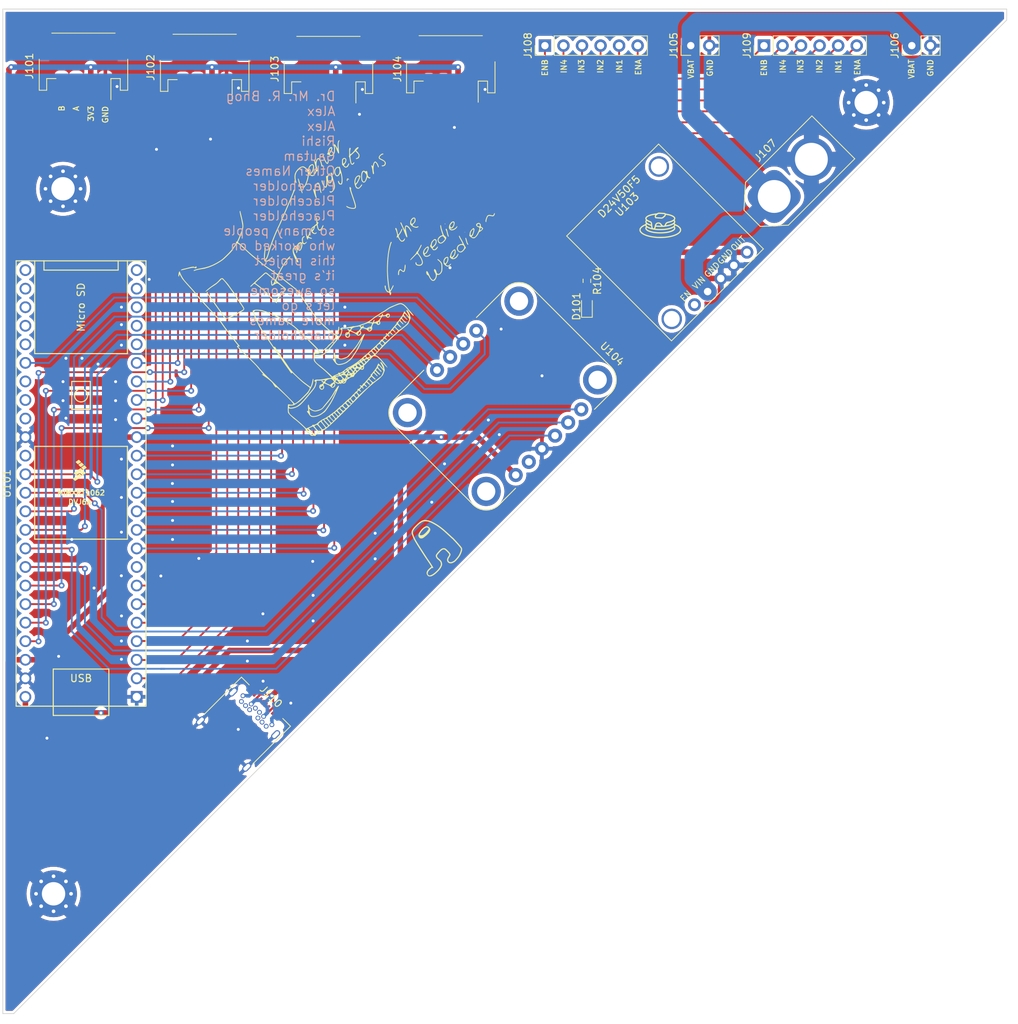
<source format=kicad_pcb>
(kicad_pcb (version 20221018) (generator pcbnew)
  (layers (0 "F.Cu" signal) (31 "B.Cu" signal) (34 "B.Paste" user) (35 "F.Paste" user) (36 "B.SilkS" user "B.Silkscreen") (37 "F.SilkS" user "F.Silkscreen") (38 "B.Mask" user) (39 "F.Mask" user) (44 "Edge.Cuts" user))
  (net 0 "")
  (net 1 "GND")
  (net 2 "Net-(D101-A)")
  (net 3 "/Motor1_B")
  (net 4 "/Motor1_A")
  (net 5 "3V3")
  (net 6 "/Motor2_B")
  (net 7 "/Motor2_A")
  (net 8 "/Motor3_B")
  (net 9 "/Motor3_A")
  (net 10 "/Motor4_B")
  (net 11 "/Motor4_A")
  (net 12 "5V")
  (net 13 "/BNO_CS")
  (net 14 "/BNO_INT")
  (net 29 "/IMU_ADR")
  (net 30 "/IMU_RST")
  (net 31 "/IMU_PS1")
  (net 32 "/IMU_PS0")
  (net 33 "/IMU_SCL")
  (net 34 "/IMU_SDA")
  (net 37 "VIN")
  (net 40 "/L298N1_ENB")
  (net 41 "/L298N1_IN4")
  (net 42 "/L298N1_IN3")
  (net 43 "/L298N1_IN2")
  (net 44 "/L298N1_IN1")
  (net 45 "/L298N1_ENA")
  (net 46 "/L298N2_ENB")
  (net 47 "/L298N2_IN4")
  (net 48 "/L298N2_IN3")
  (net 49 "/L298N2_IN2")
  (net 50 "/L298N2_IN1")
  (net 51 "/L298N2_ENA")
  (footprint "Connector_USB:USB_C_Receptacle_Amphenol_12401548E4-2A" (layer "F.Cu") (at 136 142.6 -45)
    (fp_text reference "J110")
    (fp_text value "USB_C_Receptacle")
  )
  (footprint "MountingHole:MountingHole_3.2mm_M3_Pad_Via" (layer "F.Cu") (at 110.702944 165.102944)
    (fp_text reference "H1" hide)
    (fp_text value "MountingHole_Pad")
  )
  (footprint "Connector_JST:JST_PH_S4B-PH-SM4-TB_1x04-1MP_P2.00mm_Horizontal" (layer "F.Cu") (at 148.35 52.25 180)
    (fp_text reference "J103")
    (fp_text value "Conn_01x04_Pin")
  )
  (footprint "memes:weedies2" (layer "F.Cu") (at 152.299011 77.979715 45)
    (fp_text reference "G***" hide)
    (fp_text value "LOGO" hide)
  )
  (footprint "MCU_Teensy:Teensy41_bare_pins" (layer "F.Cu") (at 114.47 108.94 90)
    (fp_text reference "U101")
    (fp_text value "Teensy4.1")
  )
  (footprint "memes:pancakes" (layer "F.Cu") (at 193.8 73.6)
    (fp_text reference "G***" hide)
    (fp_text value "LOGO" hide)
  )
  (footprint "Breakouts_ISS:MODULE_2472" (layer "F.Cu") (at 172.2 97 45)
    (fp_text reference "U104")
    (fp_text value "2472" hide)
  )
  (footprint "Connector_PinHeader_2.54mm:PinHeader_1x06_P2.54mm_Vertical" (layer "F.Cu") (at 178 49 90)
    (fp_text reference "J108")
    (fp_text value "Conn_01x06_Pin")
  )
  (footprint "Resistor_SMD:R_0603_1608Metric" (layer "F.Cu") (at 183.748528 81.19447 -90)
    (fp_text reference "R104")
    (fp_text value "1k")
  )
  (footprint "Regulator_Module_Pololu:D24V50F5" (layer "F.Cu") (at 187.271394 68.767336 45)
    (fp_text reference "U103")
    (fp_text value "D24V50F5")
  )
  (footprint "MountingHole:MountingHole_3.2mm_M3_Pad_Via" (layer "F.Cu") (at 222 56.8)
    (fp_text reference "H3" hide)
    (fp_text value "MountingHole_Pad")
  )
  (footprint "Connector_PinHeader_2.54mm:PinHeader_1x02_P2.54mm_Vertical" (layer "F.Cu") (at 197.975 49 90)
    (fp_text reference "J105")
    (fp_text value "Conn_01x02_Pin")
  )
  (footprint "MountingHole:MountingHole_3.2mm_M3_Pad_Via" (layer "F.Cu") (at 112 68.6)
    (fp_text reference "H2" hide)
    (fp_text value "MountingHole_Pad")
  )
  (footprint "LED_SMD:LED_0603_1608Metric" (layer "F.Cu") (at 183.748528 84.69447 90)
    (fp_text reference "D101")
    (fp_text value "LED")
  )
  (footprint "memes:Amogus" (layer "F.Cu") (at 162.432582 117.688398 45)
    (fp_text reference "G***" hide)
    (fp_text value "LOGO" hide)
  )
  (footprint "Connector_JST:JST_PH_S4B-PH-SM4-TB_1x04-1MP_P2.00mm_Horizontal" (layer "F.Cu") (at 165.1 52.15 180)
    (fp_text reference "J104")
    (fp_text value "Conn_01x04_Pin")
  )
  (footprint "Connector_JST:JST_PH_S4B-PH-SM4-TB_1x04-1MP_P2.00mm_Horizontal" (layer "F.Cu") (at 114.8 51.8 180)
    (fp_text reference "J101")
    (fp_text value "Conn_01x04_Pin")
  )
  (footprint "Connector_PinHeader_2.54mm:PinHeader_1x02_P2.54mm_Vertical" (layer "F.Cu") (at 228.25 49 90)
    (fp_text reference "J106")
    (fp_text value "Conn_01x02_Pin")
  )
  (footprint "Connector_JST:JST_PH_S4B-PH-SM4-TB_1x04-1MP_P2.00mm_Horizontal" (layer "F.Cu") (at 131.4 51.95 180)
    (fp_text reference "J102")
    (fp_text value "Conn_01x04_Pin")
  )
  (footprint "Connector_PinHeader_2.54mm:PinHeader_1x06_P2.54mm_Vertical" (layer "F.Cu") (at 208 49 90)
    (fp_text reference "J109")
    (fp_text value "Conn_01x06_Pin")
  )
  (footprint "Connector_AMASS:AMASS_XT60-M_1x02_P7.20mm_Vertical" (layer "F.Cu") (at 209.4 69.65 45)
    (fp_text reference "J107")
    (fp_text value "Conn_01x02_Pin")
  )
  (gr_line (start 103.75 181.5) (end 105.25 181.5) (stroke (width 0.1)) (layer "Edge.Cuts"))
  (gr_line (start 241.25 44) (end 241.25 45.5) (stroke (width 0.1)) (layer "Edge.Cuts"))
  (gr_line (start 103.75 44) (end 241.25 44) (stroke (width 0.1)) (layer "Edge.Cuts"))
  (gr_line (start 103.75 181.5) (end 103.75 44) (stroke (width 0.1)) (layer "Edge.Cuts"))
  (gr_line (start 241.25 45.5) (end 105.25 181.5) (stroke (width 0.1)) (layer "Edge.Cuts"))
  (gr_text "Dr. Mr. R. Bhog\nAlex\nAlex\nRishi\nGautam\nOther Names\nPlaceholder\nPlaceholder\nPlaceholder\nso many people\nwho worked on\nthis project\nit's great\nso awesome\nlet's go\nmore names\nplaceholder\n" (at 149.4 89.4) (layer "B.SilkS") (effects (font (size 1.27 1.27)) (justify left bottom mirror)))
  (gr_text "IN4" (at 180.6 50.8 90) (layer "F.SilkS") (effects (font (size 0.762 0.762) (thickness 0.1397) bold) (justify right)))
  (gr_text "A" (at 113.8 57.2 90) (layer "F.SilkS") (effects (font (size 0.762 0.762) (thickness 0.1397) bold) (justify right)))
  (gr_text "VBAT" (at 198 50.8 90) (layer "F.SilkS") (effects (font (size 0.762 0.762) (thickness 0.1397) bold) (justify right)))
  (gr_text "3V3" (at 115.826601 57.175683 90) (layer "F.SilkS") (effects (font (size 0.762 0.762) (thickness 0.1397) bold) (justify right)))
  (gr_text "IN3" (at 183 50.8 90) (layer "F.SilkS") (effects (font (size 0.762 0.762) (thickness 0.1397) bold) (justify right)))
  (gr_text "B" (at 111.821049 57.124765 90) (layer "F.SilkS") (effects (font (size 0.762 0.762) (thickness 0.1397) bold) (justify right)))
  (gr_text "VBAT" (at 228.2 50.8 90) (layer "F.SilkS") (effects (font (size 0.762 0.762) (thickness 0.1397) bold) (justify right)))
  (gr_text "IN4" (at 210.6 50.8 90) (layer "F.SilkS") (effects (font (size 0.762 0.762) (thickness 0.1397) bold) (justify right)))
  (gr_text "ENA" (at 190.8 50.8 90) (layer "F.SilkS") (effects (font (size 0.762 0.762) (thickness 0.1397) bold) (justify right)))
  (gr_text "ENA" (at 220.8 50.8 90) (layer "F.SilkS") (effects (font (size 0.762 0.762) (thickness 0.1397) bold) (justify right)))
  (gr_text "IN1" (at 218.2 50.8 90) (layer "F.SilkS") (effects (font (size 0.762 0.762) (thickness 0.1397) bold) (justify right)))
  (gr_text "IN1" (at 188.2 50.8 90) (layer "F.SilkS") (effects (font (size 0.762 0.762) (thickness 0.1397) bold) (justify right)))
  (gr_text "ENB" (at 208 50.8 90) (layer "F.SilkS") (effects (font (size 0.762 0.762) (thickness 0.1397) bold) (justify right)))
  (gr_text "ENB" (at 178 50.8 90) (layer "F.SilkS") (effects (font (size 0.762 0.762) (thickness 0.1397) bold) (justify right)))
  (gr_text "IN2" (at 215.6 50.8 90) (layer "F.SilkS") (effects (font (size 0.762 0.762) (thickness 0.1397) bold) (justify right)))
  (gr_text "IN3" (at 213 50.8 90) (layer "F.SilkS") (effects (font (size 0.762 0.762) (thickness 0.1397) bold) (justify right)))
  (gr_text "IN2" (at 185.6 50.8 90) (layer "F.SilkS") (effects (font (size 0.762 0.762) (thickness 0.1397) bold) (justify right)))
  (gr_text "GND" (at 230.8 50.8 90) (layer "F.SilkS") (effects (font (size 0.762 0.762) (thickness 0.1397) bold) (justify right)))
  (gr_text "GND" (at 200.6 50.8 90) (layer "F.SilkS") (effects (font (size 0.762 0.762) (thickness 0.1397) bold) (justify right)))
  (gr_text "GND" (at 117.8 57.2 90) (layer "F.SilkS") (effects (font (size 0.762 0.762) (thickness 0.1397) bold) (justify right)))
  (segment (start 134.5 54.9) (end 134.4 54.8) (width 0.25) (layer "F.Cu") (net 1))
  (via (at 120 130.5) (size 0.8) (drill 0.4) (layers "F.Cu" "B.Cu") (net 1))
  (via (at 123.8 81) (size 0.8) (drill 0.4) (layers "F.Cu" "B.Cu") (net 1))
  (via (at 152.6 58.4) (size 0.8) (drill 0.4) (layers "F.Cu" "B.Cu") (net 1))
  (via (at 112.4 100) (size 0.8) (drill 0.4) (layers "F.Cu" "B.Cu") (net 1))
  (via (at 127 106.4) (size 0.8) (drill 0.4) (layers "F.Cu" "B.Cu") (net 1))
  (via (at 171.75 102.25) (size 0.8) (drill 0.4) (layers "F.Cu" "B.Cu") (net 1))
  (via (at 143.2 139) (size 0.8) (drill 0.4) (layers "F.Cu" "B.Cu") (net 1))
  (via (at 154.75 119.25) (size 0.8) (drill 0.4) (layers "F.Cu" "B.Cu") (net 1))
  (via (at 111.4 132.6) (size 0.8) (drill 0.4) (layers "F.Cu" "B.Cu") (net 1))
  (via (at 119.99078 121.569089) (size 0.8) (drill 0.4) (layers "F.Cu" "B.Cu") (net 1))
  (via (at 127 114) (size 0.8) (drill 0.4) (layers "F.Cu" "B.Cu") (net 1))
  (via (at 169.8 55) (size 0.8) (drill 0.4) (layers "F.Cu" "B.Cu") (net 1))
  (via (at 120.010845 127.066918) (size 0.8) (drill 0.4) (layers "F.Cu" "B.Cu") (net 1))
  (via (at 127 111.4) (size 0.8) (drill 0.4) (layers "F.Cu" "B.Cu") (net 1))
  (via (at 120 105.6) (size 0.8) (drill 0.4) (layers "F.Cu" "B.Cu") (net 1))
  (via (at 136.034437 54.806623) (size 0.8) (drill 0.4) (layers "F.Cu" "B.Cu") (net 1))
  (via (at 164.25 106.25) (size 0.8) (drill 0.4) (layers "F.Cu" "B.Cu") (net 1))
  (via (at 112 97.6) (size 0.8) (drill 0.4) (layers "F.Cu" "B.Cu") (net 1))
  (via (at 150.6 84.8) (size 0.8) (drill 0.4) (layers "F.Cu" "B.Cu") (net 1))
  (via (at 119.2 100.2) (size 0.8) (drill 0.4) (layers "F.Cu" "B.Cu") (net 1))
  (via (at 116.25 123.25) (size 0.8) (drill 0.4) (layers "F.Cu" "B.Cu") (net 1))
  (via (at 120 84.8) (size 0.8) (drill 0.4) (layers "F.Cu" "B.Cu") (net 1))
  (via (at 150.6 87.4) (size 0.8) (drill 0.4) (layers "F.Cu" "B.Cu") (net 1))
  (via (at 114.6 91.8) (size 0.8) (drill 0.4) (layers "F.Cu" "B.Cu") (net 1))
  (via (at 126.981652 108.941394) (size 0.8) (drill 0.4) (layers "F.Cu" "B.Cu") (net 1))
  (via (at 120 133) (size 0.8) (drill 0.4) (layers "F.Cu" "B.Cu") (net 1))
  (via (at 112 95) (size 0.8) (drill 0.4) (layers "F.Cu" "B.Cu") (net 1))
  (via (at 153 55) (size 0.8) (drill 0.4) (layers "F.Cu" "B.Cu") (net 1))
  (via (at 120 115.6) (size 0.8) (drill 0.4) (layers "F.Cu" "B.Cu") (net 1))
  (via (at 146.25 124.25) (size 0.8) (drill 0.4) (layers "F.Cu" "B.Cu") (net 1))
  (via (at 137.25 130.5) (size 0.8) (drill 0.4) (layers "F.Cu" "B.Cu") (net 1))
  (via (at 177.6 94.2) (size 0.8) (drill 0.4) (layers "F.Cu" "B.Cu") (net 1))
  (via (at 120 87.2) (size 0.8) (drill 0.4) (layers "F.Cu" "B.Cu") (net 1))
  (via (at 165 79.4) (size 0.8) (drill 0.4) (layers "F.Cu" "B.Cu") (net 1))
  (via (at 119.2 97.6) (size 0.8) (drill 0.4) (layers "F.Cu" "B.Cu") (net 1))
  (via (at 125.4 121.6) (size 0.8) (drill 0.4) (layers "F.Cu" "B.Cu") (net 1))
  (via (at 137.25 133.25) (size 0.8) (drill 0.4) (layers "F.Cu" "B.Cu") (net 1))
  (via (at 130.6 119.2) (size 0.8) (drill 0.4) (layers "F.Cu" "B.Cu") (net 1))
  (via (at 136 142.6) (size 0.8) (drill 0.4) (layers "F.Cu" "B.Cu") (net 1))
  (via (at 112.4 91.8) (size 0.8) (drill 0.4) (layers "F.Cu" "B.Cu") (net 1))
  (via (at 172 87.8) (size 0.8) (drill 0.4) (layers "F.Cu" "B.Cu") (net 1))
  (via (at 120 90) (size 0.8) (drill 0.4) (layers "F.Cu" "B.Cu") (net 1))
  (via (at 113.2 116.6) (size 0.8) (drill 0.4) (layers "F.Cu" "B.Cu") (net 1))
  (via (at 154.75 115.75) (size 0.8) (drill 0.4) (layers "F.Cu" "B.Cu") (net 1))
  (via (at 132.2 61.8) (size 0.8) (drill 0.4) (layers "F.Cu" "B.Cu") (net 1))
  (via (at 119.2 95) (size 0.8) (drill 0.4) (layers "F.Cu" "B.Cu") (net 1))
  (via (at 127 103.8) (size 0.8) (drill 0.4) (layers "F.Cu" "B.Cu") (net 1))
  (via (at 139.4 136) (size 0.8) (drill 0.4) (layers "F.Cu" "B.Cu") (net 1))
  (via (at 119.4 54.6) (size 0.8) (drill 0.4) (layers "F.Cu" "B.Cu") (net 1))
  (via (at 120 110.85) (size 0.8) (drill 0.4) (layers "F.Cu" "B.Cu") (net 1))
  (via (at 116.8 92.6) (size 0.8) (drill 0.4) (layers "F.Cu" "B.Cu") (net 1))
  (via (at 146.25 127.75) (size 0.8) (drill 0.4) (layers "F.Cu" "B.Cu") (net 1))
  (via (at 146.2 119.6) (size 0.8) (drill 0.4) (layers "F.Cu" "B.Cu") (net 1))
  (via (at 109.8 143.8) (size 0.8) (drill 0.4) (layers "F.Cu" "B.Cu") (net 1))
  (via (at 165.6 60.2) (size 0.8) (drill 0.4) (layers "F.Cu" "B.Cu") (net 1))
  (via (at 150.6 90) (size 0.8) (drill 0.4) (layers "F.Cu" "B.Cu") (net 1))
  (via (at 124.8 63.2) (size 0.8) (drill 0.4) (layers "F.Cu" "B.Cu") (net 1))
  (via (at 162.5 111.5) (size 0.8) (drill 0.4) (layers "F.Cu" "B.Cu") (net 1))
  (via (at 127 116.6) (size 0.8) (drill 0.4) (layers "F.Cu" "B.Cu") (net 1))
  (via (at 170.25 100.25) (size 0.8) (drill 0.4) (layers "F.Cu" "B.Cu") (net 1))
  (via (at 139.377494 126.778155) (size 0.8) (drill 0.4) (layers "F.Cu" "B.Cu") (net 1))
  (segment (start 183.748528 82.01947) (end 183.748528 83.90697) (width 0.25) (layer "F.Cu") (net 2))
  (segment (start 111.8 54.65) (end 111.8 57.6) (width 0.25) (layer "F.Cu") (net 3))
  (segment (start 124.7 99.35) (end 124.7 70.9) (width 0.25) (layer "F.Cu") (net 3))
  (segment (start 124.7 70.5) (end 124.7 70.9) (width 0.25) (layer "F.Cu") (net 3))
  (segment (start 124 100.05) (end 124.7 99.35) (width 0.25) (layer "F.Cu") (net 3))
  (segment (start 111.8 57.6) (end 124.7 70.5) (width 0.25) (layer "F.Cu") (net 3))
  (segment (start 122.09 100.05) (end 124 100.05) (width 0.25) (layer "F.Cu") (net 3))
  (segment (start 113.8 54.65) (end 113.8 57.1) (width 0.25) (layer "F.Cu") (net 4))
  (segment (start 125.65 68.95) (end 125.65 97.55) (width 0.25) (layer "F.Cu") (net 4))
  (segment (start 113.8 57.1) (end 125.65 68.95) (width 0.25) (layer "F.Cu") (net 4))
  (via (at 125.65 97.55) (size 0.8) (drill 0.4) (layers "F.Cu" "B.Cu") (net 4))
  (segment (start 122.1 97.5) (end 122.09 97.51) (width 0.25) (layer "B.Cu") (net 4))
  (segment (start 123.75 97.5) (end 125.6 97.5) (width 0.25) (layer "B.Cu") (net 4))
  (segment (start 123.75 97.5) (end 122.1 97.5) (width 0.25) (layer "B.Cu") (net 4))
  (segment (start 125.6 97.5) (end 125.65 97.55) (width 0.25) (layer "B.Cu") (net 4))
  (segment (start 168.809744 102.59) (end 173.996051 107.776307) (width 0.762) (layer "F.Cu") (net 5))
  (segment (start 105.37 133.07) (end 104.6 132.3) (width 0.762) (layer "F.Cu") (net 5))
  (segment (start 106.85 133.07) (end 105.37 133.07) (width 0.762) (layer "F.Cu") (net 5))
  (segment (start 104.6 132.3) (end 104.6 52.25) (width 0.762) (layer "F.Cu") (net 5))
  (segment (start 122.09 102.59) (end 120.61 102.59) (width 0.762) (layer "F.Cu") (net 5))
  (segment (start 115.8 51.95) (end 115.8 54.65) (width 0.762) (layer "F.Cu") (net 5))
  (segment (start 120.61 102.59) (end 118.6 104.6) (width 0.762) (layer "F.Cu") (net 5))
  (segment (start 108.73 133.07) (end 106.85 133.07) (width 0.762) (layer "F.Cu") (net 5))
  (segment (start 163.8 102.59) (end 168.809744 102.59) (width 0.762) (layer "F.Cu") (net 5))
  (segment (start 118.6 123.2) (end 108.73 133.07) (width 0.762) (layer "F.Cu") (net 5))
  (segment (start 132.4 51.95) (end 132.4 54.8) (width 0.762) (layer "F.Cu") (net 5))
  (segment (start 166.1 51.95) (end 166.1 55) (width 0.762) (layer "F.Cu") (net 5))
  (segment (start 104.6 52.25) (end 104.9 51.95) (width 0.762) (layer "F.Cu") (net 5))
  (segment (start 118.6 104.6) (end 118.6 123.2) (width 0.762) (layer "F.Cu") (net 5))
  (segment (start 149.35 51.95) (end 149.35 55.1) (width 0.762) (layer "F.Cu") (net 5))
  (via (at 166.1 51.95) (size 0.8) (drill 0.4) (layers "F.Cu" "B.Cu") (net 5))
  (via (at 149.35 51.95) (size 0.8) (drill 0.4) (layers "F.Cu" "B.Cu") (net 5))
  (via (at 115.8 51.95) (size 0.8) (drill 0.4) (layers "F.Cu" "B.Cu") (net 5))
  (via (at 104.9 51.95) (size 0.8) (drill 0.4) (layers "F.Cu" "B.Cu") (net 5))
  (via (at 163.8 102.59) (size 0.8) (drill 0.4) (layers "F.Cu" "B.Cu") (net 5))
  (via (at 132.4 51.95) (size 0.8) (drill 0.4) (layers "F.Cu" "B.Cu") (net 5))
  (segment (start 104.9 51.95) (end 166.1 51.95) (width 0.762) (layer "B.Cu") (net 5))
  (segment (start 163.8 102.59) (end 122.09 102.59) (width 0.762) (layer "B.Cu") (net 5))
  (segment (start 128.4 65.6) (end 128.4 54.8) (width 0.25) (layer "F.Cu") (net 6))
  (segment (start 128.35 65.65) (end 128.4 65.6) (width 0.25) (layer "F.Cu") (net 6))
  (segment (start 126.7 95) (end 126.65 94.95) (width 0.25) (layer "F.Cu") (net 6))
  (segment (start 126.65 94.95) (end 126.65 67.35) (width 0.25) (layer "F.Cu") (net 6))
  (segment (start 126.65 67.35) (end 128.35 65.65) (width 0.25) (layer "F.Cu") (net 6))
  (via (at 126.7 95) (size 0.8) (drill 0.4) (layers "F.Cu" "B.Cu") (net 6))
  (segment (start 123.75 95) (end 122.12 95) (width 0.25) (layer "B.Cu") (net 6))
  (segment (start 122.12 95) (end 122.09 94.97) (width 0.25) (layer "B.Cu") (net 6))
  (segment (start 123.75 95) (end 126.7 95) (width 0.25) (layer "B.Cu") (net 6))
  (segment (start 127.75 92.4) (end 127.75 68.25) (width 0.25) (layer "F.Cu") (net 7))
  (segment (start 130.4 65.6) (end 129.8 66.2) (width 0.25) (layer "F.Cu") (net 7))
  (segment (start 127.75 68.25) (end 129.8 66.2) (width 0.25) (layer "F.Cu") (net 7))
  (segment (start 127.7 92.45) (end 127.75 92.4) (width 0.25) (layer "F.Cu") (net 7))
  (segment (start 130.4 54.8) (end 130.4 65.6) (width 0.25) (layer "F.Cu") (net 7))
  (via (at 127.7 92.45) (size 0.8) (drill 0.4) (layers "F.Cu" "B.Cu") (net 7))
  (segment (start 123.7 92.45) (end 122.11 92.45) (width 0.25) (layer "B.Cu") (net 7))
  (segment (start 123.7 92.45) (end 127.7 92.45) (width 0.25) (layer "B.Cu") (net 7))
  (segment (start 122.11 92.45) (end 122.09 92.43) (width 0.25) (layer "B.Cu") (net 7))
  (segment (start 145.35 57.25) (end 145.35 55.1) (width 0.25) (layer "F.Cu") (net 8))
  (segment (start 128.6 69.4) (end 140 58) (width 0.25) (layer "F.Cu") (net 8))
  (segment (start 108.75 93.7) (end 108.65 93.8) (width 0.25) (layer "F.Cu") (net 8))
  (segment (start 128.6 93.7) (end 128.6 69.4) (width 0.25) (layer "F.Cu") (net 8))
  (segment (start 123.9 93.7) (end 108.75 93.7) (width 0.25) (layer "F.Cu") (net 8))
  (segment (start 144.6 58) (end 145.35 57.25) (width 0.25) (layer "F.Cu") (net 8))
  (segment (start 140 58) (end 144.6 58) (width 0.25) (layer "F.Cu") (net 8))
  (segment (start 108.63 130.53) (end 108.65 130.55) (width 0.25) (layer "F.Cu") (net 8))
  (segment (start 106.85 130.53) (end 108.63 130.53) (width 0.25) (layer "F.Cu") (net 8))
  (via (at 108.65 93.8) (size 0.8) (drill 0.4) (layers "F.Cu" "B.Cu") (net 8))
  (via (at 123.9 93.7) (size 0.8) (drill 0.4) (layers "F.Cu" "B.Cu") (net 8))
  (via (at 108.65 130.55) (size 0.8) (drill 0.4) (layers "F.Cu" "B.Cu") (net 8))
  (via (at 128.6 93.7) (size 0.8) (drill 0.4) (layers "F.Cu" "B.Cu") (net 8))
  (segment (start 108.65 130.55) (end 108.65 106.819009) (width 0.25) (layer "B.Cu") (net 8))
  (segment (start 108.65 106.819009) (end 108.65 93.8) (width 0.25) (layer "B.Cu") (net 8))
  (segment (start 128.6 93.7) (end 123.9 93.7) (width 0.25) (layer "B.Cu") (net 8))
  (segment (start 129.55 96.25) (end 129.55 70.45) (width 0.25) (layer "F.Cu") (net 9))
  (segment (start 109.64 127.99) (end 109.65 128) (width 0.25) (layer "F.Cu") (net 9))
  (segment (start 147.35 57.55) (end 147.35 55.1) (width 0.25) (layer "F.Cu") (net 9))
  (segment (start 106.85 127.99) (end 109.64 127.99) (width 0.25) (layer "F.Cu") (net 9))
  (segment (start 109.65 96.25) (end 123.75 96.25) (width 0.25) (layer "F.Cu") (net 9))
  (segment (start 145.9 59) (end 147.35 57.55) (width 0.25) (layer "F.Cu") (net 9))
  (segment (start 141 59) (end 145.9 59) (width 0.25) (layer "F.Cu") (net 9))
  (segment (start 129.55 70.45) (end 141 59) (width 0.25) (layer "F.Cu") (net 9))
  (via (at 123.75 96.25) (size 0.8) (drill 0.4) (layers "F.Cu" "B.Cu") (net 9))
  (via (at 129.55 96.25) (size 0.8) (drill 0.4) (layers "F.Cu" "B.Cu") (net 9))
  (via (at 109.65 128) (size 0.8) (drill 0.4) (layers "F.Cu" "B.Cu") (net 9))
  (via (at 109.65 96.25) (size 0.8) (drill 0.4) (layers "F.Cu" "B.Cu") (net 9))
  (segment (start 109.65 96.25) (end 109.65 105.819009) (width 0.25) (layer "B.Cu") (net 9))
  (segment (start 123.75 96.25) (end 129.55 96.25) (width 0.25) (layer "B.Cu") (net 9))
  (segment (start 109.65 105.819009) (end 109.65 128) (width 0.25) (layer "B.Cu") (net 9))
  (segment (start 130.6 71.4) (end 142 60) (width 0.25) (layer "F.Cu") (net 10))
  (segment (start 162.1 57.3) (end 162.1 55) (width 0.25) (layer "F.Cu") (net 10))
  (segment (start 159.4 60) (end 162.1 57.3) (width 0.25) (layer "F.Cu") (net 10))
  (segment (start 130.6 98.825402) (end 130.6 71.4) (width 0.25) (layer "F.Cu") (net 10))
  (segment (start 110.8 98.8) (end 110.75 98.85) (width 0.25) (layer "F.Cu") (net 10))
  (segment (start 142 60) (end 159.4 60) (width 0.25) (layer "F.Cu") (net 10))
  (segment (start 130.587701 98.837701) (end 130.6 98.825402) (width 0.25) (layer "F.Cu") (net 10))
  (segment (start 123.687701 98.837701) (end 123.65 98.8) (width 0.25) (layer "F.Cu") (net 10))
  (segment (start 123.65 98.8) (end 110.8 98.8) (width 0.25) (layer "F.Cu") (net 10))
  (segment (start 106.85 125.45) (end 110.75 125.45) (width 0.25) (layer "F.Cu") (net 10))
  (via (at 110.75 98.85) (size 0.8) (drill 0.4) (layers "F.Cu" "B.Cu") (net 10))
  (via (at 110.75 125.45) (size 0.8) (drill 0.4) (layers "F.Cu" "B.Cu") (net 10))
  (via (at 130.587701 98.837701) (size 0.8) (drill 0.4) (layers "F.Cu" "B.Cu") (net 10))
  (via (at 123.687701 98.837701) (size 0.8) (drill 0.4) (layers "F.Cu" "B.Cu") (net 10))
  (segment (start 110.75 109.799009) (end 110.75 98.85) (width 0.25) (layer "B.Cu") (net 10))
  (segment (start 130.587701 98.837701) (end 123.687701 98.837701) (width 0.25) (layer "B.Cu") (net 10))
  (segment (start 110.75 125.45) (end 110.75 109.799009) (width 0.25) (layer "B.Cu") (net 10))
  (segment (start 143 61) (end 161.2 61) (width 0.25) (layer "F.Cu") (net 11))
  (segment (start 131.95 72.05) (end 143 61) (width 0.25) (layer "F.Cu") (net 11))
  (segment (start 164.1 58.1) (end 164.1 55) (width 0.25) (layer "F.Cu") (net 11))
  (segment (start 131.95 101.35) (end 131.95 72.05) (width 0.25) (layer "F.Cu") (net 11))
  (segment (start 111.79 122.91) (end 111.8 122.9) (width 0.25) (layer "F.Cu") (net 11))
  (segment (start 112.224695 101.35) (end 112.049695 101.175) (width 0.25) (layer "F.Cu") (net 11))
  (segment (start 161.2 61) (end 164.1 58.1) (width 0.25) (layer "F.Cu") (net 11))
  (segment (start 106.85 122.91) (end 111.79 122.91) (width 0.25) (layer "F.Cu") (net 11))
  (segment (start 111.8 101.35) (end 123.6 101.35) (width 0.25) (layer "F.Cu") (net 11))
  (via (at 123.6 101.35) (size 0.8) (drill 0.4) (layers "F.Cu" "B.Cu") (net 11))
  (via (at 131.95 101.35) (size 0.8) (drill 0.4) (layers "F.Cu" "B.Cu") (net 11))
  (via (at 111.8 101.35) (size 0.8) (drill 0.4) (layers "F.Cu" "B.Cu") (net 11))
  (via (at 111.8 122.9) (size 0.8) (drill 0.4) (layers "F.Cu" "B.Cu") (net 11))
  (segment (start 129.125305 101.35) (end 131.95 101.35) (width 0.25) (layer "B.Cu") (net 11))
  (segment (start 123.6 101.35) (end 129.125305 101.35) (width 0.25) (layer "B.Cu") (net 11))
  (segment (start 111.8 122.9) (end 111.8 109.95) (width 0.25) (layer "B.Cu") (net 11))
  (segment (start 111.8 109.95) (end 111.8 101.35) (width 0.25) (layer "B.Cu") (net 11))
  (segment (start 107.55 140.35) (end 106.85 139.65) (width 0.762) (layer "F.Cu") (net 12))
  (segment (start 158.2 105.917998) (end 158.2 120.4) (width 0.762) (layer "F.Cu") (net 12))
  (segment (start 134.8 131.8) (end 126.25 140.35) (width 0.762) (layer "F.Cu") (net 12))
  (segment (start 138.665793 138.16644) (end 137.774838 139.057395) (width 0.25) (layer "F.Cu") (net 12))
  (segment (start 140.43356 139.934207) (end 140.793914 139.573853) (width 0.25) (layer "F.Cu") (net 12))
  (segment (start 140.6 138) (end 146.8 131.8) (width 0.762) (layer "F.Cu") (net 12))
  (segment (start 115.8 140.35) (end 107.55 140.35) (width 0.762) (layer "F.Cu") (net 12))
  (segment (start 140.43356 139.934207) (end 139.542605 140.825162) (width 0.25) (layer "F.Cu") (net 12))
  (segment (start 126.25 140.35) (end 117.2 140.35) (width 0.762) (layer "F.Cu") (net 12))
  (segment (start 205.670312 77.280902) (end 186.837096 77.280902) (width 0.762) (layer "F.Cu") (net 12))
  (segment (start 138.665793 138.16644) (end 138.990792 137.841441) (width 0.25) (layer "F.Cu") (net 12))
  (segment (start 138.990792 137.841441) (end 140.441441 137.841441) (width 0.25) (layer "F.Cu") (net 12))
  (segment (start 137.774838 139.057395) (end 137.774838 139.128106) (width 0.25) (layer "F.Cu") (net 12))
  (segment (start 140.441441 137.841441) (end 140.6 138) (width 0.25) (layer "F.Cu") (net 12))
  (segment (start 140.793914 139.573853) (end 140.793914 138.193914) (width 0.25) (layer "F.Cu") (net 12))
  (segment (start 140.793914 138.193914) (end 140.6 138) (width 0.25) (layer "F.Cu") (net 12))
  (segment (start 186.837096 77.280902) (end 183.748528 80.36947) (width 0.762) (layer "F.Cu") (net 12))
  (segment (start 117.2 140.35) (end 115.8 140.35) (width 0.762) (layer "F.Cu") (net 12))
  (segment (start 183.748528 80.36947) (end 158.2 105.917998) (width 0.762) (layer "F.Cu") (net 12))
  (segment (start 106.85 139.65) (end 106.85 138.15) (width 0.762) (layer "F.Cu") (net 12))
  (segment (start 139.542605 140.825162) (end 139.471894 140.825162) (width 0.25) (layer "F.Cu") (net 12))
  (segment (start 158.2 120.4) (end 146.8 131.8) (width 0.762) (layer "F.Cu") (net 12))
  (segment (start 146.8 131.8) (end 134.8 131.8) (width 0.762) (layer "F.Cu") (net 12))
  (via (at 140.6 138) (size 0.8) (drill 0.4) (layers "F.Cu" "B.Cu") (net 12))
  (via (at 117.2 140.35) (size 0.8) (drill 0.4) (layers "F.Cu" "B.Cu") (net 12))
  (segment (start 137.774838 139.128106) (end 138.302944 138.6) (width 0.508) (layer "B.Cu") (net 12))
  (segment (start 139 138.6) (end 139.5 139.1) (width 0.508) (layer "B.Cu") (net 12))
  (segment (start 140 140.297056) (end 139.471894 140.825162) (width 0.508) (layer "B.Cu") (net 12))
  (segment (start 139.5 139.1) (end 140 139.6) (width 0.508) (layer "B.Cu") (net 12))
  (segment (start 139.5 139.1) (end 140.6 138) (width 0.508) (layer "B.Cu") (net 12))
  (segment (start 140 139.6) (end 140 140.297056) (width 0.508) (layer "B.Cu") (net 12))
  (segment (start 138.302944 138.6) (end 139 138.6) (width 0.508) (layer "B.Cu") (net 12))
  (segment (start 106.85 92.43) (end 110.07 92.43) (width 0.25) (layer "B.Cu") (net 14))
  (segment (start 160.496051 83.5) (end 166.811846 89.815795) (width 0.25) (layer "B.Cu") (net 14))
  (segment (start 119 83.5) (end 160.496051 83.5) (width 0.25) (layer "B.Cu") (net 14))
  (segment (start 110.07 92.43) (end 119 83.5) (width 0.25) (layer "B.Cu") (net 14))
  (segment (start 115.67 107.67) (end 106.85 107.67) (width 0.25) (layer "F.Cu") (net 29))
  (segment (start 116.7 108.7) (end 115.67 107.67) (width 0.25) (layer "F.Cu") (net 29))
  (via (at 116.7 108.7) (size 0.8) (drill 0.4) (layers "F.Cu" "B.Cu") (net 29))
  (segment (start 156.7 91.2) (end 119.55 91.2) (width 0.25) (layer "B.Cu") (net 29))
  (segment (start 119.55 91.2) (end 116.7 94.05) (width 0.25) (layer "B.Cu") (net 29))
  (segment (start 168.607898 88.019744) (end 169.75 89.161846) (width 0.25) (layer "B.Cu") (net 29))
  (segment (start 161.5 96) (end 156.7 91.2) (width 0.25) (layer "B.Cu") (net 29))
  (segment (start 169.75 89.161846) (end 169.75 91.25) (width 0.25) (layer "B.Cu") (net 29))
  (segment (start 116.7 94.05) (end 116.7 108.7) (width 0.25) (layer "B.Cu") (net 29))
  (segment (start 165 96) (end 161.5 96) (width 0.25) (layer "B.Cu") (net 29))
  (segment (start 169.75 91.25) (end 165 96) (width 0.25) (layer "B.Cu") (net 29))
  (segment (start 116.35 111.65) (end 114.91 110.21) (width 0.25) (layer "F.Cu") (net 30))
  (segment (start 114.91 110.21) (end 106.85 110.21) (width 0.25) (layer "F.Cu") (net 30))
  (via (at 116.35 111.65) (size 0.8) (drill 0.4) (layers "F.Cu" "B.Cu") (net 30))
  (segment (start 117.3 127.3) (end 119.2 129.2) (width 0.25) (layer "B.Cu") (net 30))
  (segment (start 139.8 129.2) (end 170.203949 98.796051) (width 0.25) (layer "B.Cu") (net 30))
  (segment (start 117.3 112.6) (end 117.3 127.3) (width 0.25) (layer "B.Cu") (net 30))
  (segment (start 119.2 129.2) (end 139.8 129.2) (width 0.25) (layer "B.Cu") (net 30))
  (segment (start 170.203949 98.796051) (end 182.976307 98.796051) (width 0.25) (layer "B.Cu") (net 30))
  (segment (start 116.35 111.65) (end 117.3 112.6) (width 0.25) (layer "B.Cu") (net 30))
  (segment (start 113.15 112.75) (end 106.85 112.75) (width 0.25) (layer "F.Cu") (net 31))
  (segment (start 113.5 112.4) (end 113.15 112.75) (width 0.25) (layer "F.Cu") (net 31))
  (via (at 113.5 112.4) (size 0.8) (drill 0.4) (layers "F.Cu" "B.Cu") (net 31))
  (segment (start 113.5 91.65) (end 119.05 86.1) (width 0.25) (layer "B.Cu") (net 31))
  (segment (start 119.05 86.1) (end 159.503949 86.1) (width 0.25) (layer "B.Cu") (net 31))
  (segment (start 159.503949 86.1) (end 165.015795 91.611846) (width 0.25) (layer "B.Cu") (net 31))
  (segment (start 113.5 112.4) (end 113.5 91.65) (width 0.25) (layer "B.Cu") (net 31))
  (segment (start 114.995 114.795) (end 114.5 115.29) (width 0.25) (layer "F.Cu") (net 32))
  (segment (start 114.5 115.29) (end 106.85 115.29) (width 0.25) (layer "F.Cu") (net 32))
  (via (at 114.995 114.795) (size 0.8) (drill 0.4) (layers "F.Cu" "B.Cu") (net 32))
  (segment (start 114.995 114.795) (end 114.995 93.005) (width 0.25) (layer "B.Cu") (net 32))
  (segment (start 158.411846 88.6) (end 163.219744 93.407898) (width 0.25) (layer "B.Cu") (net 32))
  (segment (start 119.4 88.6) (end 158.411846 88.6) (width 0.25) (layer "B.Cu") (net 32))
  (segment (start 114.995 93.005) (end 119.4 88.6) (width 0.25) (layer "B.Cu") (net 32))
  (segment (start 115 120.6) (end 114.77 120.37) (width 0.25) (layer "F.Cu") (net 33))
  (segment (start 114.77 120.37) (end 106.85 120.37) (width 0.25) (layer "F.Cu") (net 33))
  (via (at 115 120.6) (size 0.8) (drill 0.4) (layers "F.Cu" "B.Cu") (net 33))
  (segment (start 115 128) (end 115 120.6) (width 0.25) (layer "B.Cu") (net 33))
  (segment (start 128.8 131.8) (end 118.8 131.8) (width 0.25) (layer "B.Cu") (net 33))
  (segment (start 128.8 131.8) (end 129.6 131.8) (width 0.25) (layer "B.Cu") (net 33))
  (segment (start 118.8 131.8) (end 115 128) (width 0.25) (layer "B.Cu") (net 33))
  (segment (start 171.657898 100.592102) (end 181.180256 100.592102) (width 0.25) (layer "B.Cu") (net 33))
  (segment (start 128.8 131.8) (end 140.45 131.8) (width 0.25) (layer "B.Cu") (net 33))
  (segment (start 140.45 131.8) (end 171.657898 100.592102) (width 0.25) (layer "B.Cu") (net 33))
  (segment (start 113.03 117.83) (end 106.85 117.83) (width 0.25) (layer "F.Cu") (net 34))
  (segment (start 113.2 118) (end 113.03 117.83) (width 0.25) (layer "F.Cu") (net 34))
  (via (at 113.2 118) (size 0.8) (drill 0.4) (layers "F.Cu" "B.Cu") (net 34))
  (segment (start 113.2 118) (end 113.2 129.2) (width 0.25) (layer "B.Cu") (net 34))
  (segment (start 118.3 134.3) (end 125.4 134.3) (width 0.25) (layer "B.Cu") (net 34))
  (segment (start 113.2 129.2) (end 118.3 134.3) (width 0.25) (layer "B.Cu") (net 34))
  (segment (start 125.4 134.3) (end 125.9 134.3) (width 0.25) (layer "B.Cu") (net 34))
  (segment (start 173.111846 102.388154) (end 179.384205 102.388154) (width 0.25) (layer "B.Cu") (net 34))
  (segment (start 125.4 134.3) (end 141.2 134.3) (width 0.25) (layer "B.Cu") (net 34))
  (segment (start 141.2 134.3) (end 173.111846 102.388154) (width 0.25) (layer "B.Cu") (net 34))
  (segment (start 198.875 45.75) (end 225.65 45.75) (width 2.54) (layer "B.Cu") (net 37))
  (segment (start 197.975 46.65) (end 198.875 45.75) (width 2.54) (layer "B.Cu") (net 37))
  (segment (start 203 73.5) (end 205.55 73.5) (width 2.54) (layer "B.Cu") (net 37))
  (segment (start 228.25 48.35) (end 228.25 49) (width 2.54) (layer "B.Cu") (net 37))
  (segment (start 209.4 69.65) (end 197.975 58.225) (width 2.54) (layer "B.Cu") (net 37))
  (segment (start 225.65 45.75) (end 228.25 48.35) (width 2.54) (layer "B.Cu") (net 37))
  (segment (start 197.975 58.225) (end 197.975 49) (width 2.54) (layer "B.Cu") (net 37))
  (segment (start 197.975 49) (end 197.975 46.65) (width 2.54) (layer "B.Cu") (net 37))
  (segment (start 198.4 78.1) (end 203 73.5) (width 2.54) (layer "B.Cu") (net 37))
  (segment (start 200.282159 82.669055) (end 198.4 80.786896) (width 2.54) (layer "B.Cu") (net 37))
  (segment (start 198.4 80.786896) (end 198.4 78.1) (width 2.54) (layer "B.Cu") (net 37))
  (segment (start 205.55 73.5) (end 209.4 69.65) (width 2.54) (layer "B.Cu") (net 37))
  (segment (start 128.49 122.91) (end 122.09 122.91) (width 0.25) (layer "F.Cu") (net 40))
  (segment (start 144 62) (end 133 73) (width 0.25) (layer "F.Cu") (net 40))
  (segment (start 133 73) (end 133 118.4) (width 0.25) (layer "F.Cu") (net 40))
  (segment (start 170 62) (end 144 62) (width 0.25) (layer "F.Cu") (net 40))
  (segment (start 178 49) (end 178 54) (width 0.25) (layer "F.Cu") (net 40))
  (segment (start 122.1 122.9) (end 122.09 122.91) (width 0.25) (layer "F.Cu") (net 40))
  (segment (start 133 118.4) (end 128.49 122.91) (width 0.25) (layer "F.Cu") (net 40))
  (segment (start 178 54) (end 170 62) (width 0.25) (layer "F.Cu") (net 40))
  (segment (start 180.54 49) (end 180.54 53.46) (width 0.25) (layer "F.Cu") (net 41))
  (segment (start 171 63) (end 145 63) (width 0.25) (layer "F.Cu") (net 41))
  (segment (start 134.5 73.5) (end 134.5 119.1) (width 0.25) (layer "F.Cu") (net 41))
  (segment (start 180.54 53.46) (end 171 63) (width 0.25) (layer "F.Cu") (net 41))
  (segment (start 145 63) (end 134.5 73.5) (width 0.25) (layer "F.Cu") (net 41))
  (segment (start 128.15 125.45) (end 122.09 125.45) (width 0.25) (layer "F.Cu") (net 41))
  (segment (start 134.5 119.1) (end 128.15 125.45) (width 0.25) (layer "F.Cu") (net 41))
  (segment (start 172 64) (end 146 64) (width 0.25) (layer "F.Cu") (net 42))
  (segment (start 136 74) (end 136 119.8) (width 0.25) (layer "F.Cu") (net 42))
  (segment (start 183.08 52.92) (end 172 64) (width 0.25) (layer "F.Cu") (net 42))
  (segment (start 123.61 127.99) (end 123.6 128) (width 0.25) (layer "F.Cu") (net 42))
  (segment (start 146 64) (end 136 74) (width 0.25) (layer "F.Cu") (net 42))
  (segment (start 123.6 128) (end 122.1 128) (width 0.25) (layer "F.Cu") (net 42))
  (segment (start 127.81 127.99) (end 123.61 127.99) (width 0.25) (layer "F.Cu") (net 42))
  (segment (start 122.1 128) (end 122.09 127.99) (width 0.25) (layer "F.Cu") (net 42))
  (segment (start 183.08 49) (end 183.08 52.92) (width 0.25) (layer "F.Cu") (net 42))
  (segment (start 136 119.8) (end 127.81 127.99) (width 0.25) (layer "F.Cu") (net 42))
  (segment (start 122.12 130.5) (end 127.7 130.5) (width 0.25) (layer "F.Cu") (net 43))
  (segment (start 185.62 52.38) (end 185.62 49) (width 0.25) (layer "F.Cu") (net 43))
  (segment (start 173 65) (end 185.62 52.38) (width 0.25) (layer "F.Cu") (net 43))
  (segment (start 137.5 74.5) (end 147 65) (width 0.25) (layer "F.Cu") (net 43))
  (segment (start 137.5 120.7) (end 137.5 74.5) (width 0.25) (layer "F.Cu") (net 43))
  (segment (start 147 65) (end 173 65) (width 0.25) (layer "F.Cu") (net 43))
  (segment (start 122.09 130.53) (end 122.12 130.5) (width 0.25) (layer "F.Cu") (net 43))
  (segment (start 127.7 130.5) (end 137.5 120.7) (width 0.25) (layer "F.Cu") (net 43))
  (segment (start 139 121.6) (end 139 75) (width 0.25) (layer "F.Cu") (net 44))
  (segment (start 188.16 51.84) (end 188.16 49) (width 0.25) (layer "F.Cu") (net 44))
  (segment (start 174 66) (end 188.16 51.84) (width 0.25) (layer "F.Cu") (net 44))
  (segment (start 122.12 133.1) (end 127.5 133.1) (width 0.25) (layer "F.Cu") (net 44))
  (segment (start 139 75) (end 148 66) (width 0.25) (layer "F.Cu") (net 44))
  (segment (start 122.09 133.07) (end 122.12 133.1) (width 0.25) (layer "F.Cu") (net 44))
  (segment (start 148 66) (end 174 66) (width 0.25) (layer "F.Cu") (net 44))
  (segment (start 127.5 133.1) (end 139 121.6) (width 0.25) (layer "F.Cu") (net 44))
  (segment (start 140.5 122.5) (end 140.5 75.5) (width 0.25) (layer "F.Cu") (net 45))
  (segment (start 174.7525 67.31) (end 190.7 51.3625) (width 0.25) (layer "F.Cu") (net 45))
  (segment (start 148.69 67.31) (end 174.7525 67.31) (width 0.25) (layer "F.Cu") (net 45))
  (segment (start 140.5 75.5) (end 148.69 67.31) (width 0.25) (layer "F.Cu") (net 45))
  (segment (start 127.4 135.6) (end 140.5 122.5) (width 0.25) (layer "F.Cu") (net 45))
  (segment (start 122.1 135.6) (end 127.4 135.6) (width 0.25) (layer "F.Cu") (net 45))
  (segment (start 190.7 51.3625) (end 190.7 49) (width 0.25) (layer "F.Cu") (net 45))
  (segment (start 122.09 135.61) (end 122.1 135.6) (width 0.25) (layer "F.Cu") (net 45))
  (segment (start 208 49) (end 203.5 53.5) (width 0.25) (layer "F.Cu") (net 46))
  (segment (start 149.42 68.58) (end 142 76) (width 0.25) (layer "F.Cu") (net 46))
  (segment (start 142 105) (end 141.85 105.15) (width 0.25) (layer "F.Cu") (net 46))
  (segment (start 142 76) (end 142 105) (width 0.25) (layer "F.Cu") (net 46))
  (segment (start 190.5 53.5) (end 175.42 68.58) (width 0.25) (layer "F.Cu") (net 46))
  (segment (start 175.42 68.58) (end 149.42 68.58) (width 0.25) (layer "F.Cu") (net 46))
  (segment (start 203.5 53.5) (end 190.5 53.5) (width 0.25) (layer "F.Cu") (net 46))
  (via (at 141.85 105.15) (size 0.8) (drill 0.4) (layers "F.Cu" "B.Cu") (net 46))
  (segment (start 141.85 105.15) (end 141.83 105.13) (width 0.25) (layer "B.Cu") (net 46))
  (segment (start 141.83 105.13) (end 122.09 105.13) (width 0.25) (layer "B.Cu") (net 46))
  (segment (start 204.54 55) (end 191 55) (width 0.25) (layer "F.Cu") (net 47))
  (segment (start 210.54 49) (end 204.54 55) (width 0.25) (layer "F.Cu") (net 47))
  (segment (start 176.15 69.85) (end 150.15 69.85) (width 0.25) (layer "F.Cu") (net 47))
  (segment (start 150.15 69.85) (end 143.5 76.5) (width 0.25) (layer "F.Cu") (net 47))
  (segment (start 143.5 107.5) (end 143.35 107.65) (width 0.25) (layer "F.Cu") (net 47))
  (segment (start 143.5 76.5) (end 143.5 107.5) (width 0.25) (layer "F.Cu") (net 47))
  (segment (start 191 55) (end 176.15 69.85) (width 0.25) (layer "F.Cu") (net 47))
  (via (at 143.35 107.65) (size 0.8) (drill 0.4) (layers "F.Cu" "B.Cu") (net 47))
  (segment (start 143.33 107.67) (end 122.09 107.67) (width 0.25) (layer "B.Cu") (net 47))
  (segment (start 143.35 107.65) (end 143.33 107.67) (width 0.25) (layer "B.Cu") (net 47))
  (segment (start 213.08 49) (end 205.58 56.5) (width 0.25) (layer "F.Cu") (net 48))
  (segment (start 144.95 77.05) (end 144.95 110.35) (width 0.25) (layer "F.Cu") (net 48))
  (segment (start 176.88 71.12) (end 150.88 71.12) (width 0.25) (layer "F.Cu") (net 48))
  (segment (start 205.58 56.5) (end 191.5 56.5) (width 0.25) (layer "F.Cu") (net 48))
  (segment (start 191.5 56.5) (end 176.88 71.12) (width 0.25) (layer "F.Cu") (net 48))
  (segment (start 150.88 71.12) (end 144.95 77.05) (width 0.25) (layer "F.Cu") (net 48))
  (via (at 144.95 110.35) (size 0.8) (drill 0.4) (layers "F.Cu" "B.Cu") (net 48))
  (segment (start 144.81 110.21) (end 122.09 110.21) (width 0.25) (layer "B.Cu") (net 48))
  (segment (start 144.95 110.35) (end 144.81 110.21) (width 0.25) (layer "B.Cu") (net 48))
  (segment (start 146.3 77.7) (end 146.3 112.65) (width 0.25) (layer "F.Cu") (net 49))
  (segment (start 146.3 112.65) (end 146.25 112.7) (width 0.25) (layer "F.Cu") (net 49))
  (segment (start 206.62 58) (end 192 58) (width 0.25) (layer "F.Cu") (net 49))
  (segment (start 177.61 72.39) (end 151.61 72.39) (width 0.25) (layer "F.Cu") (net 49))
  (segment (start 192 58) (end 177.61 72.39) (width 0.25) (layer "F.Cu") (net 49))
  (segment (start 151.61 72.39) (end 146.3 77.7) (width 0.25) (layer "F.Cu") (net 49))
  (segment (start 215.62 49) (end 206.62 58) (width 0.25) (layer "F.Cu") (net 49))
  (via (at 146.25 112.7) (size 0.8) (drill 0.4) (layers "F.Cu" "B.Cu") (net 49))
  (segment (start 146.2 112.75) (end 122.09 112.75) (width 0.25) (layer "B.Cu") (net 49))
  (segment (start 146.25 112.7) (end 146.2 112.75) (width 0.25) (layer "B.Cu") (net 49))
  (segment (start 207.66 59.5) (end 192.5 59.5) (width 0.25) (layer "F.Cu") (net 50))
  (segment (start 178.34 73.66) (end 152.4 73.66) (width 0.25) (layer "F.Cu") (net 50))
  (segment (start 147.75 78.31) (end 147.75 115.25) (width 0.25) (layer "F.Cu") (net 50))
  (segment (start 147.75 115.25) (end 147.65 115.35) (width 0.25) (layer "F.Cu") (net 50))
  (segment (start 192.5 59.5) (end 178.34 73.66) (width 0.25) (layer "F.Cu") (net 50))
  (segment (start 152.4 73.66) (end 147.75 78.31) (width 0.25) (layer "F.Cu") (net 50))
  (segment (start 218.16 49) (end 207.66 59.5) (width 0.25) (layer "F.Cu") (net 50))
  (via (at 147.65 115.35) (size 0.8) (drill 0.4) (layers "F.Cu" "B.Cu") (net 50))
  (segment (start 147.59 115.29) (end 122.09 115.29) (width 0.25) (layer "B.Cu") (net 50))
  (segment (start 147.65 115.35) (end 147.59 115.29) (width 0.25) (layer "B.Cu") (net 50))
  (segment (start 193 61) (end 179.07 74.93) (width 0.25) (layer "F.Cu") (net 51))
  (segment (start 208.7 61) (end 193 61) (width 0.25) (layer "F.Cu") (net 51))
  (segment (start 153.07 74.93) (end 149.15 78.85) (width 0.25) (layer "F.Cu") (net 51))
  (segment (start 220.7 49) (end 208.7 61) (width 0.25) (layer "F.Cu") (net 51))
  (segment (start 179.07 74.93) (end 153.07 74.93) (width 0.25) (layer "F.Cu") (net 51))
  (segment (start 149.15 78.85) (end 149.15 117.75) (width 0.25) (layer "F.Cu") (net 51))
  (via (at 149.15 117.75) (size 0.8) (drill 0.4) (layers "F.Cu" "B.Cu") (net 51))
  (segment (start 149.15 117.75) (end 149.07 117.83) (width 0.25) (layer "B.Cu") (net 51))
  (segment (start 149.07 117.83) (end 122.09 117.83) (width 0.25) (layer "B.Cu") (net 51))
  (zone (net 1) (net_name "GND") (layer "F.Cu") (connect_pads (clearance 0.5)) (min_thickness 0.25) (fill yes (thermal_gap 0.5) (thermal_bridge_width 0.5))
    (polygon (pts (xy 103.75 44) (xy 103.75 182.95) (xy 242.8 44)))
  )
  (zone (net 0) (net_name "") (layers "F&B.Cu" "Edge.Cuts") (connect_pads (clearance 0)) (min_thickness 0.25)
    (keepout (tracks not_allowed) (vias not_allowed) (pads not_allowed) (copperpour not_allowed) (footprints allowed))
    (fill (thermal_gap 0.5) (thermal_bridge_width 0.5))
    (polygon (pts (xy 241.312711 43.624196) (xy 241.327717 43.629347) (xy 241.34353 43.630658) (xy 241.386726 43.649606) (xy 241.431336 43.664921) (xy 241.443856 43.674666) (xy 241.458387 43.68104) (xy 241.493089 43.712985) (xy 241.530311 43.741956) (xy 241.538988 43.755238) (xy 241.550663 43.765985) (xy 241.57311 43.807465) (xy 241.59891 43.846954) (xy 241.602805 43.862338) (xy 241.610356 43.87629) (xy 241.618118 43.922805) (xy 241.629699 43.968537) (xy 241.628388 43.984351) (xy 241.631 44) (xy 241.631 45.5) (xy 241.627748 45.539248) (xy 241.628074 45.547128) (xy 241.626717 45.551683) (xy 241.625804 45.562711) (xy 241.60796 45.614687) (xy 241.592286 45.667334) (xy 241.587663 45.673808) (xy 241.585079 45.681336) (xy 241.551329 45.724698) (xy 241.519407 45.769408) (xy 105.519408 181.769408) (xy 105.489357 181.794859) (xy 105.484015 181.800663) (xy 105.479833 181.802926) (xy 105.47139 181.810077) (xy 105.422021 181.834211) (xy 105.37371 181.860356) (xy 105.365863 181.861665) (xy 105.358713 181.865161) (xy 105.304192 181.871956) (xy 105.25 181.881) (xy 103.75 181.881) (xy 103.687289 181.875804) (xy 103.568664 181.835079) (xy 103.469689 181.758044) (xy 103.40109 181.653046) (xy 103.370301 181.531463) (xy 103.380658 181.40647) (xy 103.43104 181.291613) (xy 103.515985 181.199337) (xy 103.62629 181.139644) (xy 103.75 181.119) (xy 105.092184 181.119) (xy 240.869 45.342184) (xy 240.869 44.381) (xy 103.75 44.381) (xy 103.687289 44.375804) (xy 103.568664 44.335079) (xy 103.469689 44.258044) (xy 103.40109 44.153046) (xy 103.370301 44.031463) (xy 103.380658 43.90647) (xy 103.43104 43.791613) (xy 103.515985 43.699337) (xy 103.62629 43.639644) (xy 103.75 43.619) (xy 241.25 43.619)))
  )
  (zone (net 0) (net_name "") (layers "F&B.Cu" "Edge.Cuts") (connect_pads (clearance 0)) (min_thickness 0.25)
    (keepout (tracks not_allowed) (vias not_allowed) (pads not_allowed) (copperpour not_allowed) (footprints allowed))
    (fill (thermal_gap 0.5) (thermal_bridge_width 0.5))
    (polygon (pts (xy 103.84353 43.630658) (xy 103.958387 43.68104) (xy 104.050663 43.765985) (xy 104.110356 43.87629) (xy 104.131 44) (xy 104.131 181.5) (xy 104.125804 181.562711) (xy 104.085079 181.681336) (xy 104.008044 181.780311) (xy 103.903046 181.84891) (xy 103.781463 181.879699) (xy 103.65647 181.869342) (xy 103.541613 181.81896) (xy 103.449337 181.734015) (xy 103.389644 181.62371) (xy 103.369 181.5) (xy 103.369 44) (xy 103.374196 43.937289) (xy 103.414921 43.818664) (xy 103.491956 43.719689) (xy 103.596954 43.65109) (xy 103.718537 43.620301)))
  )
  (zone (net 1) (net_name "GND") (layer "B.Cu") (priority 1) (connect_pads (clearance 0.5)) (min_thickness 0.25) (fill yes (thermal_gap 0.5) (thermal_bridge_width 0.5))
    (polygon (pts (xy 103.75 44) (xy 103.75 182.95) (xy 242.8 44)))
  )
)
</source>
